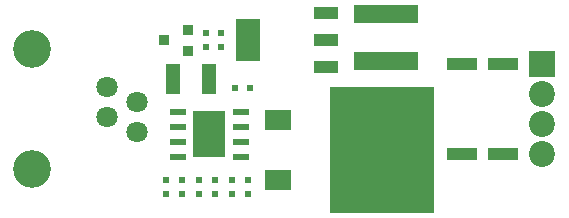
<source format=gts>
G04 (created by PCBNEW (2013-mar-13)-testing) date Wed 10 Jun 2015 12:05:28 AM EDT*
%MOIN*%
G04 Gerber Fmt 3.4, Leading zero omitted, Abs format*
%FSLAX34Y34*%
G01*
G70*
G90*
G04 APERTURE LIST*
%ADD10C,0.005906*%
%ADD11R,0.098425X0.039370*%
%ADD12R,0.086614X0.086614*%
%ADD13C,0.086614*%
%ADD14R,0.080000X0.144000*%
%ADD15R,0.080000X0.040000*%
%ADD16C,0.125984*%
%ADD17C,0.070866*%
%ADD18R,0.350000X0.420000*%
%ADD19R,0.090000X0.070000*%
%ADD20R,0.216535X0.059055*%
%ADD21R,0.050000X0.100000*%
%ADD22R,0.021654X0.023622*%
%ADD23R,0.023622X0.021654*%
%ADD24R,0.055100X0.023600*%
%ADD25R,0.110200X0.157500*%
%ADD26R,0.036000X0.036000*%
G04 APERTURE END LIST*
G54D10*
G54D11*
X60688Y-44500D03*
X59311Y-44500D03*
G54D12*
X62000Y-44500D03*
G54D13*
X62000Y-45500D03*
X62000Y-46500D03*
X62000Y-47500D03*
G54D14*
X52200Y-43700D03*
G54D15*
X54800Y-43700D03*
X54800Y-42800D03*
X54800Y-44600D03*
G54D16*
X45000Y-44000D03*
X45000Y-48000D03*
G54D17*
X47500Y-45250D03*
X48500Y-45750D03*
X47500Y-46250D03*
X48500Y-46750D03*
G54D18*
X56650Y-47350D03*
G54D19*
X53200Y-46350D03*
X53200Y-48350D03*
G54D20*
X56800Y-44387D03*
X56800Y-42812D03*
G54D21*
X49700Y-45000D03*
X50900Y-45000D03*
G54D22*
X51763Y-45300D03*
X52236Y-45300D03*
G54D23*
X51650Y-48363D03*
X51650Y-48836D03*
X52200Y-48363D03*
X52200Y-48836D03*
X49450Y-48363D03*
X49450Y-48836D03*
X51100Y-48363D03*
X51100Y-48836D03*
X50550Y-48363D03*
X50550Y-48836D03*
X50000Y-48363D03*
X50000Y-48836D03*
G54D24*
X51937Y-46087D03*
X49837Y-46087D03*
X51937Y-46587D03*
X51937Y-47087D03*
X51937Y-47587D03*
X49837Y-46587D03*
X49837Y-47087D03*
X49837Y-47587D03*
G54D25*
X50887Y-46837D03*
G54D11*
X60688Y-47500D03*
X59311Y-47500D03*
G54D26*
X50200Y-43350D03*
X50200Y-44050D03*
X49400Y-43700D03*
G54D23*
X50800Y-43463D03*
X50800Y-43936D03*
X51300Y-43463D03*
X51300Y-43936D03*
M02*

</source>
